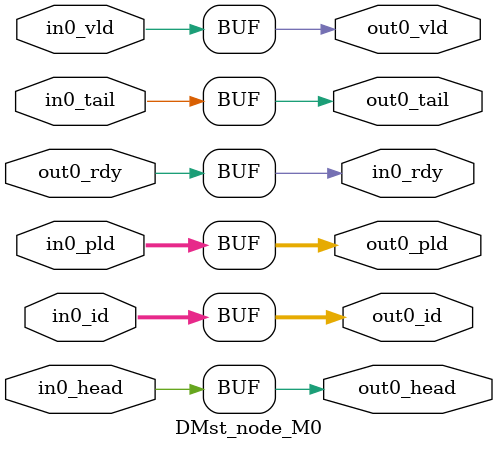
<source format=v>



//[UHDL]Key Start [md5:a51197e6539781830f1c1a3f3726975c]
//Version Control Hash: 3accddf64b1dd03abeb9b0b3e5a7ba44
//Content Hash: 45d7a28d8bdc3aaa25f48c5d1859bb65
//Parameter Hash: d41d8cd98f00b204e9800998ecf8427e
//[UHDL]Key End [md5:a51197e6539781830f1c1a3f3726975c]

//[UHDL]Version Control Start [md5:3accddf64b1dd03abeb9b0b3e5a7ba44]
//[UHDL]Version Control Version:1.0.1
//[UHDL]Version Control End [md5:3accddf64b1dd03abeb9b0b3e5a7ba44]

//[UHDL]Tool Message Start [md5:cda437c32f04161dc20423f9c5e5b253]
//Written by UHDL in 2022-08-11 22:09:42
//[UHDL]Tool Message End [md5:cda437c32f04161dc20423f9c5e5b253]

//[UHDL]User Message Start [md5:d41d8cd98f00b204e9800998ecf8427e]

//[UHDL]User Message End [md5:d41d8cd98f00b204e9800998ecf8427e]

//[UHDL]Content Start [md5:45d7a28d8bdc3aaa25f48c5d1859bb65]
module DMst_node_M0 (
	input         in0_vld  ,
	output        in0_rdy  ,
	input         in0_head ,
	input         in0_tail ,
	input  [31:0] in0_pld  ,
	input  [2:0]  in0_id   ,
	output        out0_vld ,
	input         out0_rdy ,
	output        out0_head,
	output        out0_tail,
	output [31:0] out0_pld ,
	output [2:0]  out0_id  );
	assign in0_rdy = out0_rdy;
	
	assign out0_vld = in0_vld;
	
	assign out0_head = in0_head;
	
	assign out0_tail = in0_tail;
	
	assign out0_pld = in0_pld;
	
	assign out0_id = in0_id;
	

endmodule
//[UHDL]Content End [md5:45d7a28d8bdc3aaa25f48c5d1859bb65]

//[UHDL]Parameter Start [md5:d41d8cd98f00b204e9800998ecf8427e]

//[UHDL]Parameter End [md5:d41d8cd98f00b204e9800998ecf8427e]


</source>
